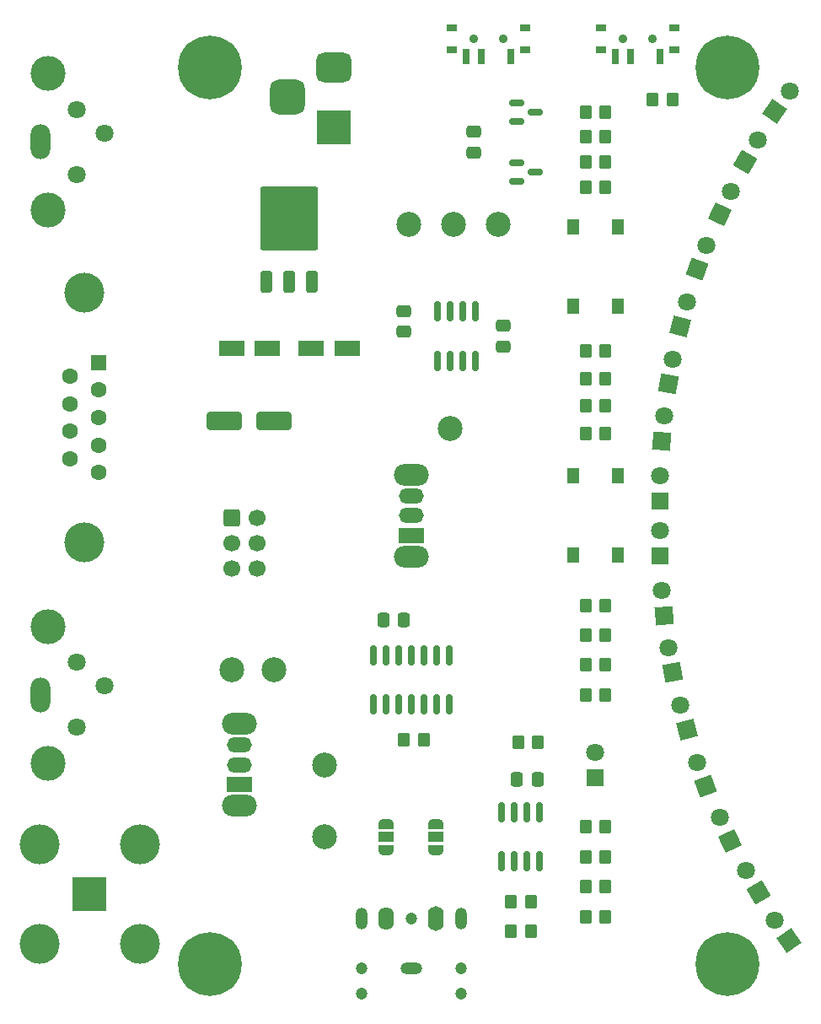
<source format=gbr>
%TF.GenerationSoftware,KiCad,Pcbnew,8.0.2+b1*%
%TF.CreationDate,2025-03-29T04:57:43+02:00*%
%TF.ProjectId,3dglassbox,3364676c-6173-4736-926f-782e6b696361,rev?*%
%TF.SameCoordinates,Original*%
%TF.FileFunction,Soldermask,Top*%
%TF.FilePolarity,Negative*%
%FSLAX46Y46*%
G04 Gerber Fmt 4.6, Leading zero omitted, Abs format (unit mm)*
G04 Created by KiCad (PCBNEW 8.0.2+b1) date 2025-03-29 04:57:43*
%MOMM*%
%LPD*%
G01*
G04 APERTURE LIST*
G04 Aperture macros list*
%AMRoundRect*
0 Rectangle with rounded corners*
0 $1 Rounding radius*
0 $2 $3 $4 $5 $6 $7 $8 $9 X,Y pos of 4 corners*
0 Add a 4 corners polygon primitive as box body*
4,1,4,$2,$3,$4,$5,$6,$7,$8,$9,$2,$3,0*
0 Add four circle primitives for the rounded corners*
1,1,$1+$1,$2,$3*
1,1,$1+$1,$4,$5*
1,1,$1+$1,$6,$7*
1,1,$1+$1,$8,$9*
0 Add four rect primitives between the rounded corners*
20,1,$1+$1,$2,$3,$4,$5,0*
20,1,$1+$1,$4,$5,$6,$7,0*
20,1,$1+$1,$6,$7,$8,$9,0*
20,1,$1+$1,$8,$9,$2,$3,0*%
%AMRotRect*
0 Rectangle, with rotation*
0 The origin of the aperture is its center*
0 $1 length*
0 $2 width*
0 $3 Rotation angle, in degrees counterclockwise*
0 Add horizontal line*
21,1,$1,$2,0,0,$3*%
%AMFreePoly0*
4,1,19,0.550000,-0.750000,0.000000,-0.750000,0.000000,-0.744911,-0.071157,-0.744911,-0.207708,-0.704816,-0.327430,-0.627875,-0.420627,-0.520320,-0.479746,-0.390866,-0.500000,-0.250000,-0.500000,0.250000,-0.479746,0.390866,-0.420627,0.520320,-0.327430,0.627875,-0.207708,0.704816,-0.071157,0.744911,0.000000,0.744911,0.000000,0.750000,0.550000,0.750000,0.550000,-0.750000,0.550000,-0.750000,
$1*%
%AMFreePoly1*
4,1,19,0.000000,0.744911,0.071157,0.744911,0.207708,0.704816,0.327430,0.627875,0.420627,0.520320,0.479746,0.390866,0.500000,0.250000,0.500000,-0.250000,0.479746,-0.390866,0.420627,-0.520320,0.327430,-0.627875,0.207708,-0.704816,0.071157,-0.744911,0.000000,-0.744911,0.000000,-0.750000,-0.550000,-0.750000,-0.550000,0.750000,0.000000,0.750000,0.000000,0.744911,0.000000,0.744911,
$1*%
G04 Aperture macros list end*
%ADD10RoundRect,0.250000X0.350000X-0.850000X0.350000X0.850000X-0.350000X0.850000X-0.350000X-0.850000X0*%
%ADD11RoundRect,0.249997X2.650003X-2.950003X2.650003X2.950003X-2.650003X2.950003X-2.650003X-2.950003X0*%
%ADD12R,1.300000X1.550000*%
%ADD13C,6.400000*%
%ADD14RoundRect,0.250000X-0.350000X-0.450000X0.350000X-0.450000X0.350000X0.450000X-0.350000X0.450000X0*%
%ADD15R,1.000000X0.800000*%
%ADD16C,0.900000*%
%ADD17R,0.700000X1.500000*%
%ADD18RotRect,1.800000X1.800000X65.000000*%
%ADD19C,1.800000*%
%ADD20RotRect,1.800000X1.800000X100.000000*%
%ADD21RoundRect,0.150000X-0.587500X-0.150000X0.587500X-0.150000X0.587500X0.150000X-0.587500X0.150000X0*%
%ADD22RoundRect,0.250000X0.350000X0.450000X-0.350000X0.450000X-0.350000X-0.450000X0.350000X-0.450000X0*%
%ADD23RoundRect,0.250000X-0.475000X0.337500X-0.475000X-0.337500X0.475000X-0.337500X0.475000X0.337500X0*%
%ADD24RotRect,1.800000X1.800000X95.000000*%
%ADD25RoundRect,0.250000X1.050000X0.550000X-1.050000X0.550000X-1.050000X-0.550000X1.050000X-0.550000X0*%
%ADD26C,3.500000*%
%ADD27O,2.000000X3.500000*%
%ADD28C,4.000000*%
%ADD29R,1.600000X1.600000*%
%ADD30C,1.600000*%
%ADD31RoundRect,0.250000X-0.600000X-0.600000X0.600000X-0.600000X0.600000X0.600000X-0.600000X0.600000X0*%
%ADD32C,1.700000*%
%ADD33RoundRect,0.150000X0.150000X-0.825000X0.150000X0.825000X-0.150000X0.825000X-0.150000X-0.825000X0*%
%ADD34R,1.800000X1.800000*%
%ADD35R,3.500000X3.500000*%
%ADD36RoundRect,0.750000X-1.000000X0.750000X-1.000000X-0.750000X1.000000X-0.750000X1.000000X0.750000X0*%
%ADD37RoundRect,0.875000X-0.875000X0.875000X-0.875000X-0.875000X0.875000X-0.875000X0.875000X0.875000X0*%
%ADD38C,2.500000*%
%ADD39RotRect,1.800000X1.800000X80.000000*%
%ADD40RotRect,1.800000X1.800000X105.000000*%
%ADD41RotRect,1.800000X1.800000X110.000000*%
%ADD42FreePoly0,90.000000*%
%ADD43R,1.500000X1.000000*%
%ADD44FreePoly1,90.000000*%
%ADD45FreePoly0,270.000000*%
%ADD46FreePoly1,270.000000*%
%ADD47RotRect,1.800000X1.800000X115.000000*%
%ADD48RotRect,1.800000X1.800000X120.000000*%
%ADD49RoundRect,0.250000X-1.050000X-0.550000X1.050000X-0.550000X1.050000X0.550000X-1.050000X0.550000X0*%
%ADD50RotRect,1.800000X1.800000X125.000000*%
%ADD51O,3.500000X2.200000*%
%ADD52R,2.500000X1.500000*%
%ADD53O,2.500000X1.500000*%
%ADD54RotRect,1.800000X1.800000X75.000000*%
%ADD55RoundRect,0.250000X-0.337500X-0.475000X0.337500X-0.475000X0.337500X0.475000X-0.337500X0.475000X0*%
%ADD56C,1.200000*%
%ADD57O,1.200000X2.200000*%
%ADD58O,1.600000X2.300000*%
%ADD59O,2.200000X1.200000*%
%ADD60O,1.600000X2.500000*%
%ADD61RotRect,1.800000X1.800000X85.000000*%
%ADD62RotRect,1.800000X1.800000X55.000000*%
%ADD63RoundRect,0.250000X1.500000X0.650000X-1.500000X0.650000X-1.500000X-0.650000X1.500000X-0.650000X0*%
%ADD64RotRect,1.800000X1.800000X60.000000*%
%ADD65RotRect,1.800000X1.800000X70.000000*%
G04 APERTURE END LIST*
D10*
%TO.C,U1*%
X128660000Y-80690000D03*
X130940000Y-80690000D03*
D11*
X130940000Y-74390000D03*
D10*
X133220000Y-80690000D03*
%TD*%
D12*
%TO.C,SW6*%
X159440000Y-83165000D03*
X159440000Y-75215000D03*
X163940000Y-83165000D03*
X163940000Y-75215000D03*
%TD*%
D13*
%TO.C,H4*%
X174940000Y-149190000D03*
%TD*%
D14*
%TO.C,R20*%
X142440000Y-126690000D03*
X144440000Y-126690000D03*
%TD*%
D15*
%TO.C,SW2*%
X169590000Y-57470000D03*
X169590000Y-55260000D03*
D16*
X167440000Y-56360000D03*
X164440000Y-56360000D03*
D15*
X162290000Y-57470000D03*
X162290000Y-55260000D03*
D17*
X168190000Y-58120000D03*
X165190000Y-58120000D03*
X163690000Y-58120000D03*
%TD*%
D18*
%TO.C,D2*%
X174176408Y-73918989D03*
D19*
X175249858Y-71616967D03*
%TD*%
D15*
%TO.C,SW4*%
X154590000Y-57470000D03*
X154590000Y-55260000D03*
D16*
X152440000Y-56360000D03*
X149440000Y-56360000D03*
D15*
X147290000Y-57470000D03*
X147290000Y-55260000D03*
D17*
X153190000Y-58120000D03*
X150190000Y-58120000D03*
X148690000Y-58120000D03*
%TD*%
D20*
%TO.C,D6*%
X169449978Y-119951567D03*
D19*
X169008912Y-117450155D03*
%TD*%
D21*
%TO.C,Q1*%
X153752500Y-68740000D03*
X153752500Y-70640000D03*
X155627500Y-69690000D03*
%TD*%
D22*
%TO.C,R16*%
X162690000Y-144440000D03*
X160690000Y-144440000D03*
%TD*%
%TO.C,R13*%
X162690000Y-116190000D03*
X160690000Y-116190000D03*
%TD*%
D23*
%TO.C,C4*%
X152440000Y-85152500D03*
X152440000Y-87227500D03*
%TD*%
D24*
%TO.C,D13*%
X168559695Y-114221460D03*
D19*
X168338319Y-111691124D03*
%TD*%
D25*
%TO.C,C1*%
X136740000Y-87390000D03*
X133140000Y-87390000D03*
%TD*%
D22*
%TO.C,R15*%
X162690000Y-138440000D03*
X160690000Y-138440000D03*
%TD*%
D13*
%TO.C,H3*%
X174940000Y-59190000D03*
%TD*%
D22*
%TO.C,R5*%
X162690000Y-113190000D03*
X160690000Y-113190000D03*
%TD*%
D26*
%TO.C,J6*%
X106752500Y-115340000D03*
D27*
X105952500Y-122190000D03*
D26*
X106752500Y-129040000D03*
D19*
X109552500Y-125440000D03*
X109552500Y-118940000D03*
X112352500Y-121290000D03*
%TD*%
D13*
%TO.C,H2*%
X122940000Y-149190000D03*
%TD*%
D28*
%TO.C,J2*%
X110350331Y-81845000D03*
X110350331Y-106845000D03*
D29*
X111770331Y-88805000D03*
D30*
X111770331Y-91575000D03*
X111770331Y-94345000D03*
X111770331Y-97115000D03*
X111770331Y-99885000D03*
X108930331Y-90190000D03*
X108930331Y-92960000D03*
X108930331Y-95730000D03*
X108930331Y-98500000D03*
%TD*%
D31*
%TO.C,J4*%
X125187500Y-104395000D03*
D32*
X127727500Y-104395000D03*
X125187500Y-106935000D03*
X127727500Y-106935000D03*
X125187500Y-109475000D03*
X127727500Y-109475000D03*
%TD*%
D23*
%TO.C,C3*%
X142440000Y-83652500D03*
X142440000Y-85727500D03*
%TD*%
D33*
%TO.C,U3*%
X152285000Y-138915000D03*
X153555000Y-138915000D03*
X154825000Y-138915000D03*
X156095000Y-138915000D03*
X156095000Y-133965000D03*
X154825000Y-133965000D03*
X153555000Y-133965000D03*
X152285000Y-133965000D03*
%TD*%
D34*
%TO.C,D12*%
X168190000Y-102730001D03*
D19*
X168190000Y-100190000D03*
%TD*%
D22*
%TO.C,R14*%
X162690000Y-122190000D03*
X160690000Y-122190000D03*
%TD*%
D12*
%TO.C,SW5*%
X159440000Y-108165000D03*
X159440000Y-100215000D03*
X163940000Y-108165000D03*
X163940000Y-100215000D03*
%TD*%
D26*
%TO.C,J1*%
X106752500Y-59840000D03*
D27*
X105952500Y-66690000D03*
D26*
X106752500Y-73540000D03*
D19*
X109552500Y-69940000D03*
X109552500Y-63440000D03*
X112352500Y-65790000D03*
%TD*%
D35*
%TO.C,J3*%
X135440000Y-65190000D03*
D36*
X135440000Y-59190000D03*
D37*
X130740000Y-62190000D03*
%TD*%
D22*
%TO.C,R3*%
X162690000Y-87690000D03*
X160690000Y-87690000D03*
%TD*%
D38*
%TO.C,B1*%
X147440000Y-74940000D03*
%TD*%
D39*
%TO.C,D11*%
X169015858Y-90970455D03*
D19*
X169456924Y-88469043D03*
%TD*%
D40*
%TO.C,D14*%
X170859784Y-125668572D03*
D19*
X170202384Y-123215120D03*
%TD*%
D34*
%TO.C,D18*%
X161690000Y-130465000D03*
D19*
X161690000Y-127925000D03*
%TD*%
D38*
%TO.C,STRSYNC*%
X134440000Y-129190000D03*
%TD*%
D41*
%TO.C,D7*%
X172787894Y-131370824D03*
D19*
X171919163Y-128984005D03*
%TD*%
D22*
%TO.C,R6*%
X162690000Y-119190000D03*
X160690000Y-119190000D03*
%TD*%
%TO.C,R19*%
X155190000Y-142940000D03*
X153190000Y-142940000D03*
%TD*%
D42*
%TO.C,JP1*%
X145690000Y-137740000D03*
D43*
X145690000Y-136440000D03*
D44*
X145690000Y-135140000D03*
%TD*%
D45*
%TO.C,JP2*%
X140690000Y-135140000D03*
D43*
X140690000Y-136440000D03*
D46*
X140690000Y-137740000D03*
%TD*%
D47*
%TO.C,D15*%
X175232953Y-136806782D03*
D19*
X174159503Y-134504760D03*
%TD*%
D38*
%TO.C,B2*%
X125190000Y-119690000D03*
%TD*%
D48*
%TO.C,D8*%
X178043479Y-141975033D03*
D19*
X176773479Y-139775328D03*
%TD*%
D38*
%TO.C,GND*%
X134440000Y-136440000D03*
%TD*%
%TO.C,VCC*%
X142940000Y-74940000D03*
%TD*%
D22*
%TO.C,R12*%
X162690000Y-95940000D03*
X160690000Y-95940000D03*
%TD*%
D34*
%TO.C,D5*%
X168190000Y-108230001D03*
D19*
X168190000Y-105690000D03*
%TD*%
D35*
%TO.C,J7*%
X110875000Y-142190000D03*
D28*
X105850000Y-147215000D03*
X115900000Y-147215000D03*
X105850000Y-137165000D03*
X115900000Y-137165000D03*
%TD*%
D21*
%TO.C,Q2*%
X153752500Y-62740000D03*
X153752500Y-64640000D03*
X155627500Y-63690000D03*
%TD*%
D49*
%TO.C,C2*%
X125140000Y-87390000D03*
X128740000Y-87390000D03*
%TD*%
D22*
%TO.C,R9*%
X162690000Y-66190000D03*
X160690000Y-66190000D03*
%TD*%
D50*
%TO.C,D16*%
X181167866Y-146874295D03*
D19*
X179710982Y-144793649D03*
%TD*%
D38*
%TO.C,B3*%
X147069720Y-95406200D03*
%TD*%
D22*
%TO.C,R11*%
X162690000Y-90440000D03*
X160690000Y-90440000D03*
%TD*%
%TO.C,R4*%
X162690000Y-93190000D03*
X160690000Y-93190000D03*
%TD*%
D51*
%TO.C,SW1*%
X143190000Y-108290000D03*
X143190000Y-100090000D03*
D52*
X143190000Y-106190000D03*
D53*
X143190000Y-104190000D03*
X143190000Y-102190000D03*
%TD*%
D33*
%TO.C,U2*%
X145785000Y-88665000D03*
X147055000Y-88665000D03*
X148325000Y-88665000D03*
X149595000Y-88665000D03*
X149595000Y-83715000D03*
X148325000Y-83715000D03*
X147055000Y-83715000D03*
X145785000Y-83715000D03*
%TD*%
D38*
%TO.C,IRDRV*%
X151940000Y-74940000D03*
%TD*%
D22*
%TO.C,R8*%
X162690000Y-141440000D03*
X160690000Y-141440000D03*
%TD*%
D23*
%TO.C,C6*%
X149440000Y-65652500D03*
X149440000Y-67727500D03*
%TD*%
D54*
%TO.C,D3*%
X170212736Y-85206245D03*
D19*
X170870136Y-82752793D03*
%TD*%
D55*
%TO.C,C5*%
X140402500Y-114690000D03*
X142477500Y-114690000D03*
%TD*%
D22*
%TO.C,R2*%
X162690000Y-68690000D03*
X160690000Y-68690000D03*
%TD*%
D56*
%TO.C,J8*%
X138187260Y-149672873D03*
X138187260Y-152172873D03*
X143187260Y-144672873D03*
X148187260Y-149672873D03*
X148187260Y-152172873D03*
D57*
X138187260Y-144672873D03*
D58*
X140687260Y-144672873D03*
D59*
X143187260Y-149672873D03*
D57*
X148187260Y-144672873D03*
D60*
X145687260Y-144672873D03*
%TD*%
D38*
%TO.C,~{RESET}*%
X129440000Y-119690000D03*
%TD*%
D13*
%TO.C,H1*%
X122940000Y-59190000D03*
%TD*%
D14*
%TO.C,R21*%
X153940000Y-126940000D03*
X155940000Y-126940000D03*
%TD*%
%TO.C,R18*%
X153190000Y-145940000D03*
X155190000Y-145940000D03*
%TD*%
D22*
%TO.C,R10*%
X162690000Y-71190000D03*
X160690000Y-71190000D03*
%TD*%
D61*
%TO.C,D4*%
X168341806Y-96729029D03*
D19*
X168563181Y-94198694D03*
%TD*%
D62*
%TO.C,D1*%
X179733925Y-63633588D03*
D19*
X181190810Y-61552942D03*
%TD*%
D22*
%TO.C,R17*%
X169440000Y-62440000D03*
X167440000Y-62440000D03*
%TD*%
D63*
%TO.C,D17*%
X129440000Y-94690000D03*
X124440000Y-94690000D03*
%TD*%
D55*
%TO.C,C8*%
X153798236Y-130690000D03*
X155873236Y-130690000D03*
%TD*%
D33*
%TO.C,U4*%
X139380000Y-123165000D03*
X140650000Y-123165000D03*
X141920000Y-123165000D03*
X143190000Y-123165000D03*
X144460000Y-123165000D03*
X145730000Y-123165000D03*
X147000000Y-123165000D03*
X147000000Y-118215000D03*
X145730000Y-118215000D03*
X144460000Y-118215000D03*
X143190000Y-118215000D03*
X141920000Y-118215000D03*
X140650000Y-118215000D03*
X139380000Y-118215000D03*
%TD*%
D64*
%TO.C,D9*%
X176693478Y-68650034D03*
D19*
X177963478Y-66450329D03*
%TD*%
D22*
%TO.C,R1*%
X162690000Y-63690000D03*
X160690000Y-63690000D03*
%TD*%
D51*
%TO.C,SW3*%
X125940000Y-133290000D03*
X125940000Y-125090000D03*
D52*
X125940000Y-131190000D03*
D53*
X125940000Y-129190000D03*
X125940000Y-127190000D03*
%TD*%
D22*
%TO.C,R7*%
X162690000Y-135440000D03*
X160690000Y-135440000D03*
%TD*%
D65*
%TO.C,D10*%
X171932843Y-79438410D03*
D19*
X172801574Y-77051591D03*
%TD*%
M02*

</source>
